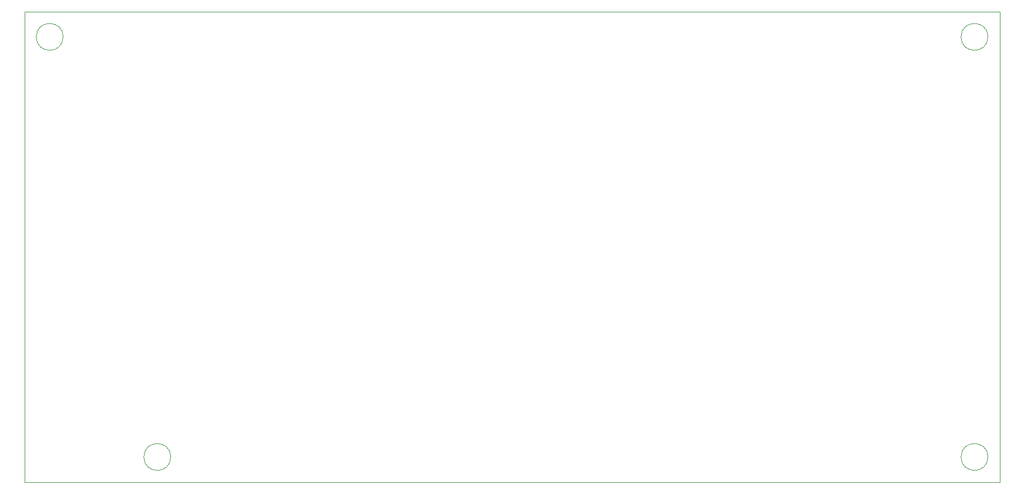
<source format=gm1>
G04 #@! TF.GenerationSoftware,KiCad,Pcbnew,(5.1.2-1)-1*
G04 #@! TF.CreationDate,2019-06-19T18:54:33-07:00*
G04 #@! TF.ProjectId,clock,636c6f63-6b2e-46b6-9963-61645f706362,v01*
G04 #@! TF.SameCoordinates,Original*
G04 #@! TF.FileFunction,Profile,NP*
%FSLAX46Y46*%
G04 Gerber Fmt 4.6, Leading zero omitted, Abs format (unit mm)*
G04 Created by KiCad (PCBNEW (5.1.2-1)-1) date 2019-06-19 18:54:33*
%MOMM*%
%LPD*%
G04 APERTURE LIST*
%ADD10C,0.050000*%
%ADD11C,0.025400*%
G04 APERTURE END LIST*
D10*
X272542000Y-123190000D02*
G75*
G03X272542000Y-123190000I-2032000J0D01*
G01*
X272542000Y-59690000D02*
G75*
G03X272542000Y-59690000I-2032000J0D01*
G01*
X132842000Y-59690000D02*
G75*
G03X132842000Y-59690000I-2032000J0D01*
G01*
X149098000Y-123190000D02*
G75*
G03X149098000Y-123190000I-2032000J0D01*
G01*
D11*
X274320000Y-127000000D02*
X127000000Y-127000000D01*
X274320000Y-55880000D02*
X274320000Y-127000000D01*
X127000000Y-55880000D02*
X274320000Y-55880000D01*
X127000000Y-127000000D02*
X127000000Y-55880000D01*
M02*

</source>
